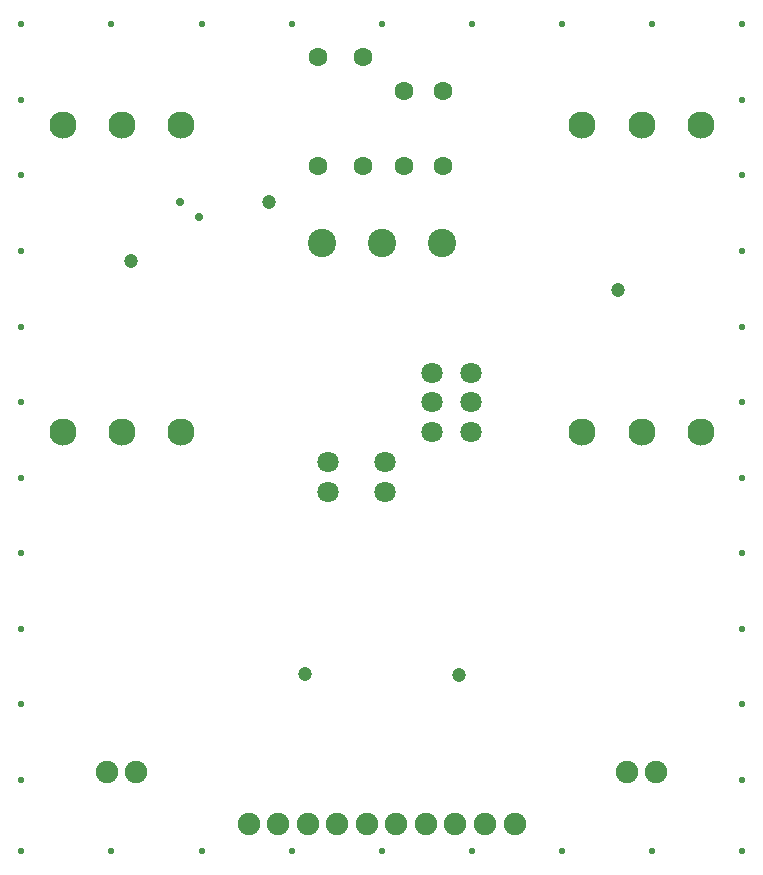
<source format=gbs>
%FSLAX46Y46*%
%MOMM*%
%AMPS10*
1,1,2.300000,0.000000,0.000000*
%
%ADD10PS10*%
%AMPS13*
1,1,1.800000,0.000000,0.000000*
%
%ADD13PS13*%
%AMPS14*
1,1,1.800000,0.000000,0.000000*
%
%ADD14PS14*%
%AMPS20*
1,1,1.800000,0.000000,0.000000*
%
%ADD20PS20*%
%AMPS11*
1,1,1.900000,0.000000,0.000000*
%
%ADD11PS11*%
%AMPS16*
1,1,1.900000,0.000000,0.000000*
%
%ADD16PS16*%
%AMPS19*
1,1,2.400000,0.000000,0.000000*
%
%ADD19PS19*%
%AMPS15*
1,1,1.600000,0.000000,0.000000*
%
%ADD15PS15*%
%AMPS18*
1,1,1.600000,0.000000,0.000000*
%
%ADD18PS18*%
%AMPS12*
1,1,1.600000,0.000000,0.000000*
%
%ADD12PS12*%
%AMPS17*
1,1,1.600000,0.000000,0.000000*
%
%ADD17PS17*%
%AMPS23*
1,1,1.200000,0.000000,0.000000*
%
%ADD23PS23*%
%AMPS21*
1,1,0.550000,0.000000,0.000000*
%
%ADD21PS21*%
%AMPS22*
1,1,0.700000,0.000000,0.000000*
%
%ADD22PS22*%
G01*
%LPD*%
G01*
%LPD*%
G75*
D10*
X4500000Y62500000D03*
D10*
X14500000Y62500000D03*
D10*
X9500000Y62500000D03*
D11*
X20249000Y3240000D03*
D11*
X37749000Y3240000D03*
D11*
X35249000Y3240000D03*
D11*
X32749000Y3240000D03*
D11*
X27749000Y3240000D03*
D11*
X42749000Y3240000D03*
D11*
X22749000Y3240000D03*
D11*
X25249000Y3240000D03*
D11*
X40249000Y3240000D03*
D11*
X30249000Y3240000D03*
D12*
X26100000Y68200000D03*
D12*
X26100000Y59000000D03*
D10*
X48500000Y36500000D03*
D10*
X58500000Y36500000D03*
D10*
X53500000Y36500000D03*
D13*
X31750000Y31430000D03*
D13*
X31750000Y33970000D03*
D14*
X39050000Y36500000D03*
D14*
X35750000Y39000000D03*
D14*
X35750000Y41500000D03*
D14*
X35750000Y36500000D03*
D14*
X39050000Y39000000D03*
D14*
X39050000Y41500000D03*
D15*
X33420000Y58980000D03*
D15*
X33420000Y65380000D03*
D16*
X10727083Y7691263D03*
D16*
X8227083Y7691263D03*
D10*
X4500000Y36500000D03*
D10*
X14500000Y36500000D03*
D10*
X9500000Y36500000D03*
D17*
X29890000Y59000000D03*
D17*
X29890000Y68200000D03*
D18*
X36670000Y65380000D03*
D18*
X36670000Y58980000D03*
D19*
X31500000Y52500000D03*
D19*
X36580000Y52500000D03*
D19*
X26420000Y52500000D03*
D10*
X48500000Y62500000D03*
D10*
X58500000Y62500000D03*
D10*
X53500000Y62500000D03*
D16*
X54737083Y7691263D03*
D16*
X52237083Y7691263D03*
D20*
X26950000Y33970000D03*
D20*
X26950000Y31430000D03*
D21*
X1000000Y26200000D03*
D21*
X62000000Y64600000D03*
D21*
X54375000Y71000000D03*
D21*
X46750000Y1000000D03*
D21*
X1000000Y51800000D03*
D21*
X1000000Y32600000D03*
D21*
X62000000Y13400000D03*
D21*
X46750000Y71000000D03*
D21*
X62000000Y51800000D03*
D22*
X16010000Y54660000D03*
D21*
X62000000Y1000000D03*
D21*
X8625000Y71000000D03*
D21*
X1000000Y19800000D03*
D21*
X62000000Y7000000D03*
D21*
X16250000Y1000000D03*
D21*
X62000000Y32600000D03*
D21*
X31500000Y1000000D03*
D21*
X62000000Y45400000D03*
D23*
X38050000Y15930000D03*
D21*
X1000000Y71000000D03*
D21*
X39125000Y71000000D03*
D21*
X62000000Y19800000D03*
D21*
X31500000Y71000000D03*
D21*
X62000000Y26200000D03*
D23*
X25000000Y16000000D03*
D21*
X62000000Y39000000D03*
D21*
X62000000Y58200000D03*
D21*
X1000000Y1000000D03*
D21*
X8625000Y1000000D03*
D21*
X1000000Y7000000D03*
D21*
X1000000Y45400000D03*
D21*
X1000000Y58200000D03*
D21*
X23875000Y71000000D03*
D22*
X14410000Y55930000D03*
D21*
X54375000Y1000000D03*
D23*
X22000000Y55930000D03*
D21*
X23875000Y1000000D03*
D21*
X1000000Y39000000D03*
D21*
X1000000Y13400000D03*
D21*
X16250000Y71000000D03*
D23*
X10280000Y50930000D03*
D21*
X39125000Y1000000D03*
D21*
X62000000Y71000000D03*
D23*
X51530000Y48510000D03*
D21*
X1000000Y64600000D03*
M02*

</source>
